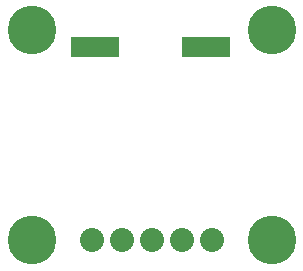
<source format=gbr>
G04 EAGLE Gerber RS-274X export*
G75*
%MOMM*%
%FSLAX34Y34*%
%LPD*%
%INSoldermask Bottom*%
%IPPOS*%
%AMOC8*
5,1,8,0,0,1.08239X$1,22.5*%
G01*
%ADD10C,4.117600*%
%ADD11C,2.032000*%
%ADD12R,4.165600X1.778000*%


D10*
X25400Y203200D03*
X228600Y203200D03*
X25400Y25400D03*
X228600Y25400D03*
D11*
X76200Y25400D03*
X101600Y25400D03*
X127000Y25400D03*
X152400Y25400D03*
X177800Y25400D03*
D12*
X172720Y189230D03*
X78740Y189230D03*
M02*

</source>
